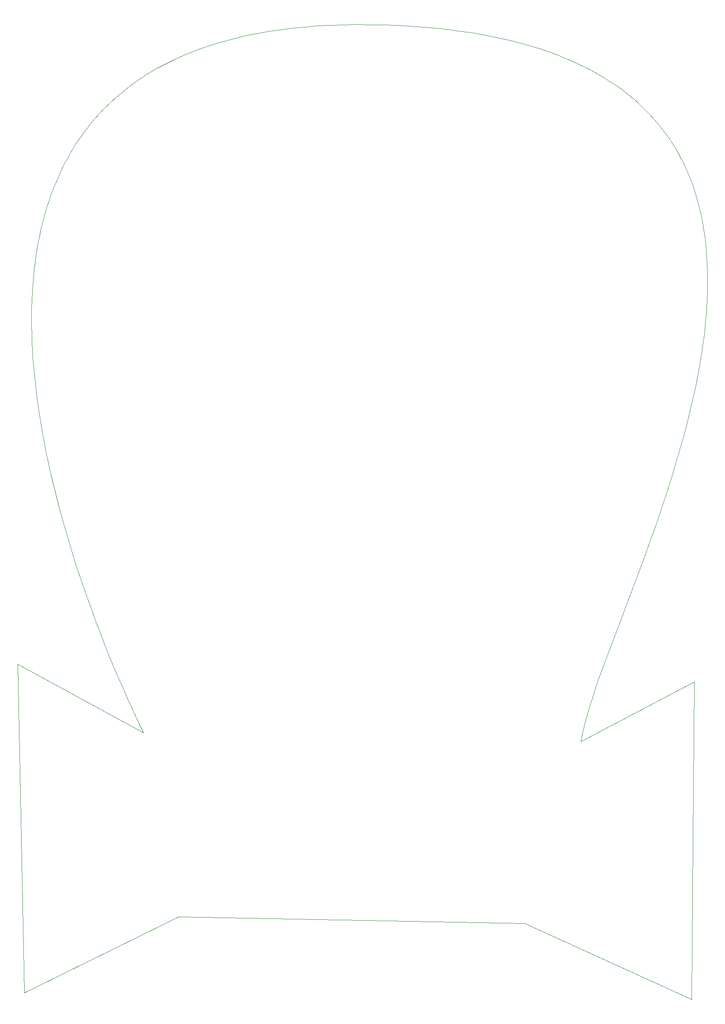
<source format=gbr>
G04 #@! TF.GenerationSoftware,KiCad,Pcbnew,(5.1.2)-1*
G04 #@! TF.CreationDate,2019-08-24T22:51:10-03:00*
G04 #@! TF.ProjectId,SpaceMonkey2Shenzhen,53706163-654d-46f6-9e6b-657932536865,rev?*
G04 #@! TF.SameCoordinates,Original*
G04 #@! TF.FileFunction,Profile,NP*
%FSLAX46Y46*%
G04 Gerber Fmt 4.6, Leading zero omitted, Abs format (unit mm)*
G04 Created by KiCad (PCBNEW (5.1.2)-1) date 2019-08-24 22:51:10*
%MOMM*%
%LPD*%
G04 APERTURE LIST*
%ADD10C,0.100000*%
G04 APERTURE END LIST*
D10*
X66765499Y-133657667D02*
X66003019Y-132114727D01*
X66003019Y-132114727D02*
X65119859Y-130262007D01*
X65119859Y-130262007D02*
X63964249Y-127755967D01*
X63964249Y-127755967D02*
X62582809Y-124647237D01*
X62582809Y-124647237D02*
X61821969Y-122882697D01*
X61821969Y-122882697D02*
X61022159Y-120986467D01*
X61022159Y-120986467D02*
X60189209Y-118964887D01*
X60189209Y-118964887D02*
X59328929Y-116824287D01*
X59328929Y-116824287D02*
X58447169Y-114570987D01*
X58447169Y-114570987D02*
X57549739Y-112211327D01*
X57549739Y-112211327D02*
X56642479Y-109751637D01*
X56642479Y-109751637D02*
X55731209Y-107198237D01*
X55731209Y-107198237D02*
X54821759Y-104557457D01*
X54821759Y-104557457D02*
X53919959Y-101835637D01*
X53919959Y-101835637D02*
X53031639Y-99039097D01*
X53031639Y-99039097D02*
X52162619Y-96174177D01*
X52162619Y-96174177D02*
X51318739Y-93247197D01*
X51318739Y-93247197D02*
X50505809Y-90264483D01*
X50505809Y-90264483D02*
X49729679Y-87232374D01*
X49729679Y-87232374D02*
X48996159Y-84157196D01*
X48996159Y-84157196D02*
X48311079Y-81045279D01*
X48311079Y-81045279D02*
X47988529Y-79477521D01*
X47988529Y-79477521D02*
X47680269Y-77902952D01*
X47680269Y-77902952D02*
X47387039Y-76322363D01*
X47387039Y-76322363D02*
X47109569Y-74736545D01*
X47109569Y-74736545D02*
X46848569Y-73146289D01*
X46848569Y-73146289D02*
X46604789Y-71552387D01*
X46604789Y-71552387D02*
X46378939Y-69955629D01*
X46378939Y-69955629D02*
X46171759Y-68356808D01*
X46171759Y-68356808D02*
X45983979Y-66756713D01*
X45983979Y-66756713D02*
X45816319Y-65156137D01*
X45816319Y-65156137D02*
X45669519Y-63555870D01*
X45669519Y-63555870D02*
X45544289Y-61956703D01*
X45544289Y-61956703D02*
X45441379Y-60359429D01*
X45441379Y-60359429D02*
X45361479Y-58764837D01*
X45361479Y-58764837D02*
X45305379Y-57173720D01*
X45305379Y-57173720D02*
X45273779Y-55586868D01*
X45273779Y-55586868D02*
X45267779Y-54005073D01*
X45267779Y-54005073D02*
X45287379Y-52429125D01*
X45287379Y-52429125D02*
X45333679Y-50859817D01*
X45333679Y-50859817D02*
X45407279Y-49297938D01*
X45407279Y-49297938D02*
X45509059Y-47744281D01*
X45509059Y-47744281D02*
X45639719Y-46199637D01*
X45639719Y-46199637D02*
X45799959Y-44664796D01*
X45799959Y-44664796D02*
X45990529Y-43140550D01*
X45990529Y-43140550D02*
X46212149Y-41627690D01*
X46212149Y-41627690D02*
X46465559Y-40127008D01*
X46465559Y-40127008D02*
X46751469Y-38639294D01*
X46751469Y-38639294D02*
X47070609Y-37165340D01*
X47070609Y-37165340D02*
X47423719Y-35705936D01*
X47423719Y-35705936D02*
X47811529Y-34261875D01*
X47811529Y-34261875D02*
X48234759Y-32833947D01*
X48234759Y-32833947D02*
X48694139Y-31422943D01*
X48694139Y-31422943D02*
X49190399Y-30029655D01*
X49190399Y-30029655D02*
X49724259Y-28654874D01*
X49724259Y-28654874D02*
X50296459Y-27299390D01*
X50296459Y-27299390D02*
X50907729Y-25963996D01*
X50907729Y-25963996D02*
X51558789Y-24649483D01*
X51558789Y-24649483D02*
X52250369Y-23356641D01*
X52250369Y-23356641D02*
X52983199Y-22086261D01*
X52983199Y-22086261D02*
X53758009Y-20839136D01*
X53758009Y-20839136D02*
X54575529Y-19616056D01*
X54575529Y-19616056D02*
X55436479Y-18417812D01*
X55436479Y-18417812D02*
X56341589Y-17245196D01*
X56341589Y-17245196D02*
X57291599Y-16098998D01*
X57291599Y-16098998D02*
X58287229Y-14980011D01*
X58287229Y-14980011D02*
X59329209Y-13889024D01*
X59329209Y-13889024D02*
X60418269Y-12826830D01*
X60418269Y-12826830D02*
X61555129Y-11794219D01*
X61555129Y-11794219D02*
X62740529Y-10791983D01*
X62740529Y-10791983D02*
X63975189Y-9820913D01*
X63975189Y-9820913D02*
X65259839Y-8881799D01*
X65259839Y-8881799D02*
X66595219Y-7975435D01*
X66595219Y-7975435D02*
X67982039Y-7102609D01*
X67982039Y-7102609D02*
X69421039Y-6264114D01*
X69421039Y-6264114D02*
X70912939Y-5460741D01*
X70912939Y-5460741D02*
X72458479Y-4693281D01*
X72458479Y-4693281D02*
X74058389Y-3962525D01*
X74058389Y-3962525D02*
X75713379Y-3269265D01*
X75713379Y-3269265D02*
X77424189Y-2614291D01*
X77424189Y-2614291D02*
X79191549Y-1998395D01*
X79191549Y-1998395D02*
X81015748Y-1422368D01*
X81015748Y-1422368D02*
X82898391Y-887001D01*
X82898391Y-887001D02*
X84839767Y-393085D01*
X84839767Y-393085D02*
X86840605Y58588D01*
X86840605Y58588D02*
X88901634Y467227D01*
X88901634Y467227D02*
X91023582Y832042D01*
X91023582Y832042D02*
X93207177Y1152240D01*
X93207177Y1152240D02*
X95453148Y1427031D01*
X95453148Y1427031D02*
X97762223Y1655624D01*
X97762223Y1655624D02*
X100135132Y1837227D01*
X100135132Y1837227D02*
X102572601Y1971049D01*
X102572601Y1971049D02*
X105075361Y2056299D01*
X105075361Y2056299D02*
X107644139Y2092186D01*
X107644139Y2092186D02*
X110279664Y2077918D01*
X110279664Y2077918D02*
X112889275Y2019513D01*
X112889275Y2019513D02*
X115433492Y1923076D01*
X115433492Y1923076D02*
X117913013Y1789132D01*
X117913013Y1789132D02*
X120328534Y1618206D01*
X120328534Y1618206D02*
X122680752Y1410822D01*
X122680752Y1410822D02*
X124970364Y1167505D01*
X124970364Y1167505D02*
X127198068Y888779D01*
X127198068Y888779D02*
X129364559Y575170D01*
X129364559Y575170D02*
X131470536Y227202D01*
X131470536Y227202D02*
X133516695Y-154600D01*
X133516695Y-154600D02*
X135503734Y-569713D01*
X135503734Y-569713D02*
X137432353Y-1017610D01*
X137432353Y-1017610D02*
X139303233Y-1497767D01*
X139303233Y-1497767D02*
X141117083Y-2009660D01*
X141117083Y-2009660D02*
X142874613Y-2552764D01*
X142874613Y-2552764D02*
X144576503Y-3126553D01*
X144576503Y-3126553D02*
X146223453Y-3730505D01*
X146223453Y-3730505D02*
X147816153Y-4364093D01*
X147816153Y-4364093D02*
X149355323Y-5026793D01*
X149355323Y-5026793D02*
X150841633Y-5718080D01*
X150841633Y-5718080D02*
X152275793Y-6437430D01*
X152275793Y-6437430D02*
X153658503Y-7184319D01*
X153658503Y-7184319D02*
X154990453Y-7958220D01*
X154990453Y-7958220D02*
X156272343Y-8758610D01*
X156272343Y-8758610D02*
X157504873Y-9584964D01*
X157504873Y-9584964D02*
X158688733Y-10436757D01*
X158688733Y-10436757D02*
X159824633Y-11313465D01*
X159824633Y-11313465D02*
X160913253Y-12214562D01*
X160913253Y-12214562D02*
X161955293Y-13139525D01*
X161955293Y-13139525D02*
X162951463Y-14087828D01*
X162951463Y-14087828D02*
X163902443Y-15058946D01*
X163902443Y-15058946D02*
X164808943Y-16052356D01*
X164808943Y-16052356D02*
X165671663Y-17067532D01*
X165671663Y-17067532D02*
X166491283Y-18103950D01*
X166491283Y-18103950D02*
X167268513Y-19161085D01*
X167268513Y-19161085D02*
X168004043Y-20238412D01*
X168004043Y-20238412D02*
X168698573Y-21335406D01*
X168698573Y-21335406D02*
X169352803Y-22451544D01*
X169352803Y-22451544D02*
X169967433Y-23586299D01*
X169967433Y-23586299D02*
X170543143Y-24739148D01*
X170543143Y-24739148D02*
X171080653Y-25909566D01*
X171080653Y-25909566D02*
X171580633Y-27097028D01*
X171580633Y-27097028D02*
X172043813Y-28301010D01*
X172043813Y-28301010D02*
X172470863Y-29520986D01*
X172470863Y-29520986D02*
X172862483Y-30756432D01*
X172862483Y-30756432D02*
X173219383Y-32006823D01*
X173219383Y-32006823D02*
X173542253Y-33271636D01*
X173542253Y-33271636D02*
X173831793Y-34550344D01*
X173831793Y-34550344D02*
X174088693Y-35842423D01*
X174088693Y-35842423D02*
X174313663Y-37147349D01*
X174313663Y-37147349D02*
X174507383Y-38464596D01*
X174507383Y-38464596D02*
X174670553Y-39793641D01*
X174670553Y-39793641D02*
X174803883Y-41133958D01*
X174803883Y-41133958D02*
X174908063Y-42485023D01*
X174908063Y-42485023D02*
X174983763Y-43846312D01*
X174983763Y-43846312D02*
X175031763Y-45217298D01*
X175031763Y-45217298D02*
X175052663Y-46597458D01*
X175052663Y-46597458D02*
X175047663Y-47986267D01*
X175047663Y-47986267D02*
X175016563Y-49383201D01*
X175016563Y-49383201D02*
X174960463Y-50787734D01*
X174960463Y-50787734D02*
X174880063Y-52199342D01*
X174880063Y-52199342D02*
X174776123Y-53617500D01*
X174776123Y-53617500D02*
X174649303Y-55041684D01*
X174649303Y-55041684D02*
X174500303Y-56471369D01*
X174500303Y-56471369D02*
X174329813Y-57906029D01*
X174329813Y-57906029D02*
X174138543Y-59345141D01*
X174138543Y-59345141D02*
X173927183Y-60788180D01*
X173927183Y-60788180D02*
X173696423Y-62234621D01*
X173696423Y-62234621D02*
X173446973Y-63683940D01*
X173446973Y-63683940D02*
X173179523Y-65135611D01*
X173179523Y-65135611D02*
X172894763Y-66589109D01*
X172894763Y-66589109D02*
X172593403Y-68043912D01*
X172593403Y-68043912D02*
X171943653Y-70955327D01*
X171943653Y-70955327D02*
X171235853Y-73865659D01*
X171235853Y-73865659D02*
X170475563Y-76770711D01*
X170475563Y-76770711D02*
X169668363Y-79666284D01*
X169668363Y-79666284D02*
X168819833Y-82548181D01*
X168819833Y-82548181D02*
X167935553Y-85412205D01*
X167935553Y-85412205D02*
X167021083Y-88254158D01*
X167021083Y-88254158D02*
X166082023Y-91069837D01*
X166082023Y-91069837D02*
X165123923Y-93855057D01*
X165123923Y-93855057D02*
X164152383Y-96605617D01*
X164152383Y-96605617D02*
X163172953Y-99317307D01*
X163172953Y-99317307D02*
X162191233Y-101985937D01*
X162191233Y-101985937D02*
X160243183Y-107177247D01*
X160243183Y-107177247D02*
X158352843Y-112145937D01*
X158352843Y-112145937D02*
X156564823Y-116858447D01*
X156564823Y-116858447D02*
X154923713Y-121281197D01*
X154923713Y-121281197D02*
X154172193Y-123373407D01*
X154172193Y-123373407D02*
X153474133Y-125380587D01*
X153474133Y-125380587D02*
X152835103Y-127298537D01*
X152835103Y-127298537D02*
X152260683Y-129123057D01*
X152260683Y-129123057D02*
X151756443Y-130849957D01*
X151756443Y-130849957D02*
X151327973Y-132475027D01*
X151327973Y-132475027D02*
X150980833Y-133994067D01*
X150980833Y-133994067D02*
X150839503Y-134712527D01*
X150839503Y-134712527D02*
X150720603Y-135402897D01*
X150720603Y-135402897D02*
X172517613Y-123975007D01*
X172517613Y-123975007D02*
X171988443Y-184829167D01*
X171988443Y-184829167D02*
X139973413Y-170277087D01*
X139973413Y-170277087D02*
X73562999Y-168954167D01*
X73562999Y-168954167D02*
X43929669Y-183506257D01*
X43929669Y-183506257D02*
X42606749Y-120535427D01*
X42606749Y-120535427D02*
X66765499Y-133657667D01*
X66765499Y-133657667D02*
X66765499Y-133657667D01*
M02*

</source>
